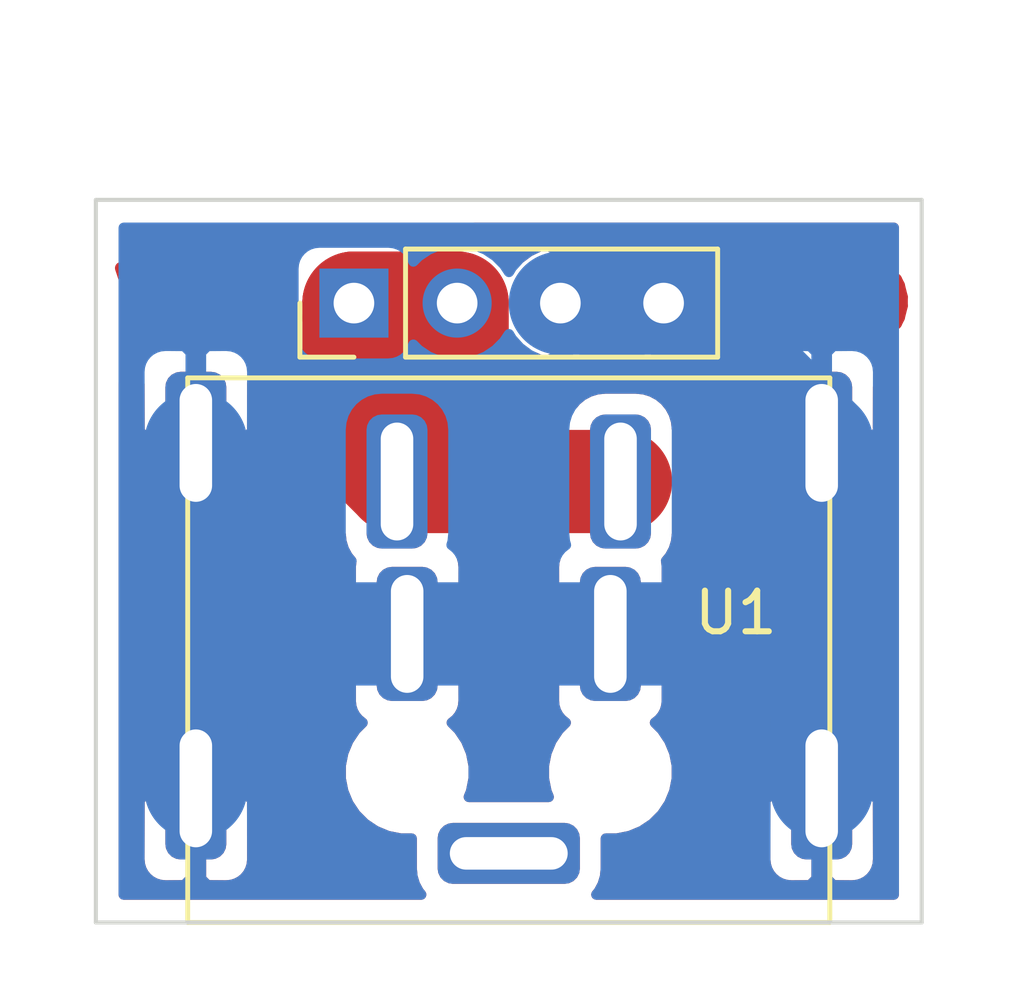
<source format=kicad_pcb>
(kicad_pcb (version 20171130) (host pcbnew "(5.1.6-0-10_14)")

  (general
    (thickness 1.6)
    (drawings 8)
    (tracks 20)
    (zones 0)
    (modules 2)
    (nets 4)
  )

  (page A4)
  (layers
    (0 F.Cu signal)
    (31 B.Cu signal)
    (32 B.Adhes user)
    (33 F.Adhes user)
    (34 B.Paste user)
    (35 F.Paste user)
    (36 B.SilkS user)
    (37 F.SilkS user)
    (38 B.Mask user)
    (39 F.Mask user)
    (40 Dwgs.User user)
    (41 Cmts.User user)
    (42 Eco1.User user)
    (43 Eco2.User user)
    (44 Edge.Cuts user)
    (45 Margin user)
    (46 B.CrtYd user)
    (47 F.CrtYd user)
    (48 B.Fab user)
    (49 F.Fab user)
  )

  (setup
    (last_trace_width 0.25)
    (user_trace_width 0.508)
    (user_trace_width 2.54)
    (trace_clearance 0.2)
    (zone_clearance 0.508)
    (zone_45_only no)
    (trace_min 0.2)
    (via_size 0.8)
    (via_drill 0.4)
    (via_min_size 0.4)
    (via_min_drill 0.3)
    (uvia_size 0.3)
    (uvia_drill 0.1)
    (uvias_allowed no)
    (uvia_min_size 0.2)
    (uvia_min_drill 0.1)
    (edge_width 0.1)
    (segment_width 0.2)
    (pcb_text_width 0.3)
    (pcb_text_size 1.5 1.5)
    (mod_edge_width 0.15)
    (mod_text_size 1 1)
    (mod_text_width 0.15)
    (pad_size 1.524 1.524)
    (pad_drill 0.762)
    (pad_to_mask_clearance 0)
    (aux_axis_origin 0 0)
    (visible_elements FFFFFF7F)
    (pcbplotparams
      (layerselection 0x010fc_ffffffff)
      (usegerberextensions true)
      (usegerberattributes true)
      (usegerberadvancedattributes true)
      (creategerberjobfile true)
      (excludeedgelayer true)
      (linewidth 0.100000)
      (plotframeref false)
      (viasonmask false)
      (mode 1)
      (useauxorigin false)
      (hpglpennumber 1)
      (hpglpenspeed 20)
      (hpglpendiameter 15.000000)
      (psnegative false)
      (psa4output false)
      (plotreference true)
      (plotvalue true)
      (plotinvisibletext false)
      (padsonsilk false)
      (subtractmaskfromsilk false)
      (outputformat 1)
      (mirror false)
      (drillshape 0)
      (scaleselection 1)
      (outputdirectory ""))
  )

  (net 0 "")
  (net 1 GND)
  (net 2 VCC)
  (net 3 "Net-(U1-Pad5)")

  (net_class Default "This is the default net class."
    (clearance 0.2)
    (trace_width 0.25)
    (via_dia 0.8)
    (via_drill 0.4)
    (uvia_dia 0.3)
    (uvia_drill 0.1)
    (add_net "Net-(U1-Pad5)")
  )

  (net_class POWER ""
    (clearance 0.2)
    (trace_width 0.508)
    (via_dia 0.8)
    (via_drill 0.4)
    (uvia_dia 0.3)
    (uvia_drill 0.1)
    (add_net GND)
    (add_net VCC)
  )

  (module Pin_Headers:Pin_Header_Straight_1x04_Pitch2.54mm (layer F.Cu) (tedit 59650532) (tstamp 5F5BE8DF)
    (at 110.49 99.06 90)
    (descr "Through hole straight pin header, 1x04, 2.54mm pitch, single row")
    (tags "Through hole pin header THT 1x04 2.54mm single row")
    (path /5F5BEF34)
    (fp_text reference J1 (at 0 -2.33 90) (layer F.SilkS) hide
      (effects (font (size 1 1) (thickness 0.15)))
    )
    (fp_text value Conn_01x04_Male (at 0 9.95 90) (layer F.Fab) hide
      (effects (font (size 1 1) (thickness 0.15)))
    )
    (fp_line (start -0.635 -1.27) (end 1.27 -1.27) (layer F.Fab) (width 0.1))
    (fp_line (start 1.27 -1.27) (end 1.27 8.89) (layer F.Fab) (width 0.1))
    (fp_line (start 1.27 8.89) (end -1.27 8.89) (layer F.Fab) (width 0.1))
    (fp_line (start -1.27 8.89) (end -1.27 -0.635) (layer F.Fab) (width 0.1))
    (fp_line (start -1.27 -0.635) (end -0.635 -1.27) (layer F.Fab) (width 0.1))
    (fp_line (start -1.33 8.95) (end 1.33 8.95) (layer F.SilkS) (width 0.12))
    (fp_line (start -1.33 1.27) (end -1.33 8.95) (layer F.SilkS) (width 0.12))
    (fp_line (start 1.33 1.27) (end 1.33 8.95) (layer F.SilkS) (width 0.12))
    (fp_line (start -1.33 1.27) (end 1.33 1.27) (layer F.SilkS) (width 0.12))
    (fp_line (start -1.33 0) (end -1.33 -1.33) (layer F.SilkS) (width 0.12))
    (fp_line (start -1.33 -1.33) (end 0 -1.33) (layer F.SilkS) (width 0.12))
    (fp_line (start -1.8 -1.8) (end -1.8 9.4) (layer F.CrtYd) (width 0.05))
    (fp_line (start -1.8 9.4) (end 1.8 9.4) (layer F.CrtYd) (width 0.05))
    (fp_line (start 1.8 9.4) (end 1.8 -1.8) (layer F.CrtYd) (width 0.05))
    (fp_line (start 1.8 -1.8) (end -1.8 -1.8) (layer F.CrtYd) (width 0.05))
    (fp_text user %R (at -2.54 3.81) (layer F.Fab)
      (effects (font (size 1 1) (thickness 0.15)))
    )
    (pad 4 thru_hole oval (at 0 7.62 90) (size 1.7 1.7) (drill 1) (layers *.Cu *.Mask)
      (net 1 GND))
    (pad 3 thru_hole oval (at 0 5.08 90) (size 1.7 1.7) (drill 1) (layers *.Cu *.Mask)
      (net 1 GND))
    (pad 2 thru_hole oval (at 0 2.54 90) (size 1.7 1.7) (drill 1) (layers *.Cu *.Mask)
      (net 2 VCC))
    (pad 1 thru_hole rect (at 0 0 90) (size 1.7 1.7) (drill 1) (layers *.Cu *.Mask)
      (net 2 VCC))
    (model ${KISYS3DMOD}/Pin_Headers.3dshapes/Pin_Header_Straight_1x04_Pitch2.54mm.wrl
      (at (xyz 0 0 0))
      (scale (xyz 1 1 1))
      (rotate (xyz 0 0 0))
    )
  )

  (module Ninja-qPCR:DN4_PWR (layer F.Cu) (tedit 5F5BE694) (tstamp 5F5BE81C)
    (at 114.3 114.3)
    (path /5F5BE852)
    (fp_text reference U1 (at 5.588 -7.62) (layer F.SilkS)
      (effects (font (size 1 1) (thickness 0.15)))
    )
    (fp_text value DIN4_PWR (at 0 -14.224) (layer F.Fab)
      (effects (font (size 1 1) (thickness 0.15)))
    )
    (fp_line (start -7.9 -13.4) (end -7.9 0) (layer F.SilkS) (width 0.12))
    (fp_line (start 7.9 -13.4) (end -7.9 -13.4) (layer F.SilkS) (width 0.12))
    (fp_line (start 7.9 0) (end 7.9 -13.4) (layer F.SilkS) (width 0.12))
    (fp_line (start -7.9 0) (end 7.9 0) (layer F.SilkS) (width 0.12))
    (pad 1 thru_hole roundrect (at -2.75 -10.85) (size 1.5 3.3) (drill oval 0.8 2.9) (layers *.Cu *.Mask) (roundrect_rratio 0.25)
      (net 2 VCC))
    (pad 2 thru_hole roundrect (at 2.75 -10.85) (size 1.5 3.3) (drill oval 0.8 2.9) (layers *.Cu *.Mask) (roundrect_rratio 0.25)
      (net 2 VCC))
    (pad 3 thru_hole roundrect (at -2.5 -7.1) (size 1.5 3.3) (drill oval 0.8 2.9) (layers *.Cu *.Mask) (roundrect_rratio 0.25)
      (net 1 GND))
    (pad 4 thru_hole roundrect (at 2.5 -7.1) (size 1.5 3.3) (drill oval 0.8 2.9) (layers *.Cu *.Mask) (roundrect_rratio 0.25)
      (net 1 GND))
    (pad 5 thru_hole roundrect (at 0 -1.7 90) (size 1.5 3.5) (drill oval 0.8 2.9) (layers *.Cu *.Mask) (roundrect_rratio 0.25)
      (net 3 "Net-(U1-Pad5)"))
    (pad 6 thru_hole roundrect (at -7.7 -11.8 180) (size 1.5 3.5) (drill oval 0.8 2.9) (layers *.Cu *.Mask) (roundrect_rratio 0.25)
      (net 1 GND))
    (pad 8 thru_hole roundrect (at 7.7 -11.8 180) (size 1.5 3.5) (drill oval 0.8 2.9) (layers *.Cu *.Mask) (roundrect_rratio 0.25)
      (net 1 GND))
    (pad 7 thru_hole roundrect (at -7.7 -3.3 180) (size 1.5 3.5) (drill oval 0.8 2.9) (layers *.Cu *.Mask) (roundrect_rratio 0.25)
      (net 1 GND))
    (pad 9 thru_hole roundrect (at 7.7 -3.3 180) (size 1.5 3.5) (drill oval 0.8 2.9) (layers *.Cu *.Mask) (roundrect_rratio 0.25)
      (net 1 GND))
    (pad "" np_thru_hole circle (at -2.5 -3.7) (size 2 2) (drill 2) (layers *.Cu *.Mask))
    (pad "" np_thru_hole circle (at 2.5 -3.7) (size 2 2) (drill 2) (layers *.Cu *.Mask))
  )

  (gr_text 20.32x17.78mm (at 107.93 92.45) (layer Dwgs.User)
    (effects (font (size 1 1) (thickness 0.15)))
  )
  (gr_text GND (at 121.97 99.09) (layer F.Cu)
    (effects (font (size 1.5 1.5) (thickness 0.3)))
  )
  (gr_text VCC (at 106.76 99.02) (layer F.Cu)
    (effects (font (size 1.5 1.5) (thickness 0.3)))
  )
  (gr_line (start 104.14 114.3) (end 114.3 114.3) (layer Edge.Cuts) (width 0.1) (tstamp 5F5BEB0E))
  (gr_line (start 104.14 96.52) (end 104.14 114.3) (layer Edge.Cuts) (width 0.1))
  (gr_line (start 124.46 96.52) (end 104.14 96.52) (layer Edge.Cuts) (width 0.1))
  (gr_line (start 124.46 114.3) (end 124.46 96.52) (layer Edge.Cuts) (width 0.1))
  (gr_line (start 114.3 114.3) (end 124.46 114.3) (layer Edge.Cuts) (width 0.1))

  (segment (start 106.913 107.2) (end 106.6 106.887) (width 2.54) (layer B.Cu) (net 1))
  (segment (start 111.8 107.2) (end 106.913 107.2) (width 2.54) (layer B.Cu) (net 1))
  (segment (start 106.6 106.887) (end 106.6 111) (width 2.54) (layer B.Cu) (net 1))
  (segment (start 106.6 102.5) (end 106.6 106.887) (width 2.54) (layer B.Cu) (net 1))
  (segment (start 111.8 107.2) (end 116.8 107.2) (width 2.54) (layer B.Cu) (net 1))
  (segment (start 121.5854 107.2) (end 122 106.7854) (width 2.54) (layer B.Cu) (net 1))
  (segment (start 122 106.7854) (end 122 111) (width 2.54) (layer B.Cu) (net 1))
  (segment (start 116.8 107.2) (end 121.5854 107.2) (width 2.54) (layer B.Cu) (net 1))
  (segment (start 122 102.5) (end 122 106.7854) (width 2.54) (layer B.Cu) (net 1))
  (segment (start 115.57 99.06) (end 118.11 99.06) (width 2.54) (layer B.Cu) (net 1))
  (segment (start 118.56 99.06) (end 122 102.5) (width 2.54) (layer B.Cu) (net 1))
  (segment (start 118.11 99.06) (end 118.56 99.06) (width 2.54) (layer B.Cu) (net 1))
  (segment (start 113.03 99.06) (end 110.49 99.06) (width 2.54) (layer F.Cu) (net 2))
  (segment (start 110.49 102.39) (end 111.55 103.45) (width 2.54) (layer F.Cu) (net 2))
  (segment (start 110.49 99.06) (end 110.49 102.39) (width 2.54) (layer F.Cu) (net 2))
  (segment (start 111.55 103.45) (end 117.05 103.45) (width 2.54) (layer F.Cu) (net 2))
  (segment (start 113.03 101.97) (end 111.55 103.45) (width 2.54) (layer F.Cu) (net 2))
  (segment (start 113.03 99.06) (end 113.03 101.97) (width 2.54) (layer F.Cu) (net 2))
  (segment (start 110.49 99.43) (end 113.03 101.97) (width 2.54) (layer F.Cu) (net 2))
  (segment (start 110.49 99.06) (end 110.49 99.43) (width 2.54) (layer F.Cu) (net 2))

  (zone (net 1) (net_name GND) (layer B.Cu) (tstamp 5F5EC233) (hatch edge 0.508)
    (connect_pads (clearance 0.508))
    (min_thickness 0.254)
    (fill yes (arc_segments 32) (thermal_gap 0.508) (thermal_bridge_width 0.508))
    (polygon
      (pts
        (xy 126 115) (xy 103 115) (xy 103 95) (xy 126 95)
      )
    )
    (filled_polygon
      (pts
        (xy 123.775 113.615) (xy 116.454009 113.615) (xy 116.517339 113.537833) (xy 116.610956 113.362686) (xy 116.668606 113.172641)
        (xy 116.688072 112.975) (xy 116.688072 112.75) (xy 120.611928 112.75) (xy 120.624188 112.874482) (xy 120.660498 112.99418)
        (xy 120.719463 113.104494) (xy 120.798815 113.201185) (xy 120.895506 113.280537) (xy 121.00582 113.339502) (xy 121.125518 113.375812)
        (xy 121.25 113.388072) (xy 121.71425 113.385) (xy 121.873 113.22625) (xy 121.873 111.127) (xy 122.127 111.127)
        (xy 122.127 113.22625) (xy 122.28575 113.385) (xy 122.75 113.388072) (xy 122.874482 113.375812) (xy 122.99418 113.339502)
        (xy 123.104494 113.280537) (xy 123.201185 113.201185) (xy 123.280537 113.104494) (xy 123.339502 112.99418) (xy 123.375812 112.874482)
        (xy 123.388072 112.75) (xy 123.385 111.28575) (xy 123.22625 111.127) (xy 122.127 111.127) (xy 121.873 111.127)
        (xy 120.77375 111.127) (xy 120.615 111.28575) (xy 120.611928 112.75) (xy 116.688072 112.75) (xy 116.688072 112.235)
        (xy 116.961033 112.235) (xy 117.276912 112.172168) (xy 117.574463 112.048918) (xy 117.842252 111.869987) (xy 118.069987 111.642252)
        (xy 118.248918 111.374463) (xy 118.372168 111.076912) (xy 118.435 110.761033) (xy 118.435 110.438967) (xy 118.372168 110.123088)
        (xy 118.248918 109.825537) (xy 118.069987 109.557748) (xy 117.896858 109.384619) (xy 117.904494 109.380537) (xy 118.001185 109.301185)
        (xy 118.043191 109.25) (xy 120.611928 109.25) (xy 120.615 110.71425) (xy 120.77375 110.873) (xy 121.873 110.873)
        (xy 121.873 108.77375) (xy 122.127 108.77375) (xy 122.127 110.873) (xy 123.22625 110.873) (xy 123.385 110.71425)
        (xy 123.388072 109.25) (xy 123.375812 109.125518) (xy 123.339502 109.00582) (xy 123.280537 108.895506) (xy 123.201185 108.798815)
        (xy 123.104494 108.719463) (xy 122.99418 108.660498) (xy 122.874482 108.624188) (xy 122.75 108.611928) (xy 122.28575 108.615)
        (xy 122.127 108.77375) (xy 121.873 108.77375) (xy 121.71425 108.615) (xy 121.25 108.611928) (xy 121.125518 108.624188)
        (xy 121.00582 108.660498) (xy 120.895506 108.719463) (xy 120.798815 108.798815) (xy 120.719463 108.895506) (xy 120.660498 109.00582)
        (xy 120.624188 109.125518) (xy 120.611928 109.25) (xy 118.043191 109.25) (xy 118.080537 109.204494) (xy 118.139502 109.09418)
        (xy 118.175812 108.974482) (xy 118.188072 108.85) (xy 118.185 107.48575) (xy 118.02625 107.327) (xy 116.927 107.327)
        (xy 116.927 107.347) (xy 116.673 107.347) (xy 116.673 107.327) (xy 115.57375 107.327) (xy 115.415 107.48575)
        (xy 115.411928 108.85) (xy 115.424188 108.974482) (xy 115.460498 109.09418) (xy 115.519463 109.204494) (xy 115.598815 109.301185)
        (xy 115.695506 109.380537) (xy 115.703142 109.384619) (xy 115.530013 109.557748) (xy 115.351082 109.825537) (xy 115.227832 110.123088)
        (xy 115.165 110.438967) (xy 115.165 110.761033) (xy 115.227832 111.076912) (xy 115.283758 111.211928) (xy 113.316242 111.211928)
        (xy 113.372168 111.076912) (xy 113.435 110.761033) (xy 113.435 110.438967) (xy 113.372168 110.123088) (xy 113.248918 109.825537)
        (xy 113.069987 109.557748) (xy 112.896858 109.384619) (xy 112.904494 109.380537) (xy 113.001185 109.301185) (xy 113.080537 109.204494)
        (xy 113.139502 109.09418) (xy 113.175812 108.974482) (xy 113.188072 108.85) (xy 113.185 107.48575) (xy 113.02625 107.327)
        (xy 111.927 107.327) (xy 111.927 107.347) (xy 111.673 107.347) (xy 111.673 107.327) (xy 110.57375 107.327)
        (xy 110.415 107.48575) (xy 110.411928 108.85) (xy 110.424188 108.974482) (xy 110.460498 109.09418) (xy 110.519463 109.204494)
        (xy 110.598815 109.301185) (xy 110.695506 109.380537) (xy 110.703142 109.384619) (xy 110.530013 109.557748) (xy 110.351082 109.825537)
        (xy 110.227832 110.123088) (xy 110.165 110.438967) (xy 110.165 110.761033) (xy 110.227832 111.076912) (xy 110.351082 111.374463)
        (xy 110.530013 111.642252) (xy 110.757748 111.869987) (xy 111.025537 112.048918) (xy 111.323088 112.172168) (xy 111.638967 112.235)
        (xy 111.911928 112.235) (xy 111.911928 112.975) (xy 111.931394 113.172641) (xy 111.989044 113.362686) (xy 112.082661 113.537833)
        (xy 112.145991 113.615) (xy 104.825 113.615) (xy 104.825 112.75) (xy 105.211928 112.75) (xy 105.224188 112.874482)
        (xy 105.260498 112.99418) (xy 105.319463 113.104494) (xy 105.398815 113.201185) (xy 105.495506 113.280537) (xy 105.60582 113.339502)
        (xy 105.725518 113.375812) (xy 105.85 113.388072) (xy 106.31425 113.385) (xy 106.473 113.22625) (xy 106.473 111.127)
        (xy 106.727 111.127) (xy 106.727 113.22625) (xy 106.88575 113.385) (xy 107.35 113.388072) (xy 107.474482 113.375812)
        (xy 107.59418 113.339502) (xy 107.704494 113.280537) (xy 107.801185 113.201185) (xy 107.880537 113.104494) (xy 107.939502 112.99418)
        (xy 107.975812 112.874482) (xy 107.988072 112.75) (xy 107.985 111.28575) (xy 107.82625 111.127) (xy 106.727 111.127)
        (xy 106.473 111.127) (xy 105.37375 111.127) (xy 105.215 111.28575) (xy 105.211928 112.75) (xy 104.825 112.75)
        (xy 104.825 109.25) (xy 105.211928 109.25) (xy 105.215 110.71425) (xy 105.37375 110.873) (xy 106.473 110.873)
        (xy 106.473 108.77375) (xy 106.727 108.77375) (xy 106.727 110.873) (xy 107.82625 110.873) (xy 107.985 110.71425)
        (xy 107.988072 109.25) (xy 107.975812 109.125518) (xy 107.939502 109.00582) (xy 107.880537 108.895506) (xy 107.801185 108.798815)
        (xy 107.704494 108.719463) (xy 107.59418 108.660498) (xy 107.474482 108.624188) (xy 107.35 108.611928) (xy 106.88575 108.615)
        (xy 106.727 108.77375) (xy 106.473 108.77375) (xy 106.31425 108.615) (xy 105.85 108.611928) (xy 105.725518 108.624188)
        (xy 105.60582 108.660498) (xy 105.495506 108.719463) (xy 105.398815 108.798815) (xy 105.319463 108.895506) (xy 105.260498 109.00582)
        (xy 105.224188 109.125518) (xy 105.211928 109.25) (xy 104.825 109.25) (xy 104.825 104.25) (xy 105.211928 104.25)
        (xy 105.224188 104.374482) (xy 105.260498 104.49418) (xy 105.319463 104.604494) (xy 105.398815 104.701185) (xy 105.495506 104.780537)
        (xy 105.60582 104.839502) (xy 105.725518 104.875812) (xy 105.85 104.888072) (xy 106.31425 104.885) (xy 106.473 104.72625)
        (xy 106.473 102.627) (xy 106.727 102.627) (xy 106.727 104.72625) (xy 106.88575 104.885) (xy 107.35 104.888072)
        (xy 107.474482 104.875812) (xy 107.59418 104.839502) (xy 107.704494 104.780537) (xy 107.801185 104.701185) (xy 107.880537 104.604494)
        (xy 107.939502 104.49418) (xy 107.975812 104.374482) (xy 107.988072 104.25) (xy 107.985 102.78575) (xy 107.82625 102.627)
        (xy 106.727 102.627) (xy 106.473 102.627) (xy 105.37375 102.627) (xy 105.215 102.78575) (xy 105.211928 104.25)
        (xy 104.825 104.25) (xy 104.825 100.75) (xy 105.211928 100.75) (xy 105.215 102.21425) (xy 105.37375 102.373)
        (xy 106.473 102.373) (xy 106.473 100.27375) (xy 106.727 100.27375) (xy 106.727 102.373) (xy 107.82625 102.373)
        (xy 107.985 102.21425) (xy 107.985082 102.175) (xy 110.161928 102.175) (xy 110.161928 104.725) (xy 110.181394 104.922641)
        (xy 110.239044 105.112686) (xy 110.332661 105.287833) (xy 110.429982 105.406418) (xy 110.424188 105.425518) (xy 110.411928 105.55)
        (xy 110.415 106.91425) (xy 110.57375 107.073) (xy 111.673 107.073) (xy 111.673 107.053) (xy 111.927 107.053)
        (xy 111.927 107.073) (xy 113.02625 107.073) (xy 113.185 106.91425) (xy 113.188072 105.55) (xy 115.411928 105.55)
        (xy 115.415 106.91425) (xy 115.57375 107.073) (xy 116.673 107.073) (xy 116.673 107.053) (xy 116.927 107.053)
        (xy 116.927 107.073) (xy 118.02625 107.073) (xy 118.185 106.91425) (xy 118.188072 105.55) (xy 118.175812 105.425518)
        (xy 118.170018 105.406418) (xy 118.267339 105.287833) (xy 118.360956 105.112686) (xy 118.418606 104.922641) (xy 118.438072 104.725)
        (xy 118.438072 104.25) (xy 120.611928 104.25) (xy 120.624188 104.374482) (xy 120.660498 104.49418) (xy 120.719463 104.604494)
        (xy 120.798815 104.701185) (xy 120.895506 104.780537) (xy 121.00582 104.839502) (xy 121.125518 104.875812) (xy 121.25 104.888072)
        (xy 121.71425 104.885) (xy 121.873 104.72625) (xy 121.873 102.627) (xy 122.127 102.627) (xy 122.127 104.72625)
        (xy 122.28575 104.885) (xy 122.75 104.888072) (xy 122.874482 104.875812) (xy 122.99418 104.839502) (xy 123.104494 104.780537)
        (xy 123.201185 104.701185) (xy 123.280537 104.604494) (xy 123.339502 104.49418) (xy 123.375812 104.374482) (xy 123.388072 104.25)
        (xy 123.385 102.78575) (xy 123.22625 102.627) (xy 122.127 102.627) (xy 121.873 102.627) (xy 120.77375 102.627)
        (xy 120.615 102.78575) (xy 120.611928 104.25) (xy 118.438072 104.25) (xy 118.438072 102.175) (xy 118.418606 101.977359)
        (xy 118.360956 101.787314) (xy 118.267339 101.612167) (xy 118.14135 101.45865) (xy 117.987833 101.332661) (xy 117.812686 101.239044)
        (xy 117.622641 101.181394) (xy 117.425 101.161928) (xy 116.675 101.161928) (xy 116.477359 101.181394) (xy 116.287314 101.239044)
        (xy 116.112167 101.332661) (xy 115.95865 101.45865) (xy 115.832661 101.612167) (xy 115.739044 101.787314) (xy 115.681394 101.977359)
        (xy 115.661928 102.175) (xy 115.661928 104.725) (xy 115.681394 104.922641) (xy 115.708636 105.012445) (xy 115.695506 105.019463)
        (xy 115.598815 105.098815) (xy 115.519463 105.195506) (xy 115.460498 105.30582) (xy 115.424188 105.425518) (xy 115.411928 105.55)
        (xy 113.188072 105.55) (xy 113.175812 105.425518) (xy 113.139502 105.30582) (xy 113.080537 105.195506) (xy 113.001185 105.098815)
        (xy 112.904494 105.019463) (xy 112.891364 105.012445) (xy 112.918606 104.922641) (xy 112.938072 104.725) (xy 112.938072 102.175)
        (xy 112.918606 101.977359) (xy 112.860956 101.787314) (xy 112.767339 101.612167) (xy 112.64135 101.45865) (xy 112.487833 101.332661)
        (xy 112.312686 101.239044) (xy 112.122641 101.181394) (xy 111.925 101.161928) (xy 111.175 101.161928) (xy 110.977359 101.181394)
        (xy 110.787314 101.239044) (xy 110.612167 101.332661) (xy 110.45865 101.45865) (xy 110.332661 101.612167) (xy 110.239044 101.787314)
        (xy 110.181394 101.977359) (xy 110.161928 102.175) (xy 107.985082 102.175) (xy 107.988072 100.75) (xy 120.611928 100.75)
        (xy 120.615 102.21425) (xy 120.77375 102.373) (xy 121.873 102.373) (xy 121.873 100.27375) (xy 122.127 100.27375)
        (xy 122.127 102.373) (xy 123.22625 102.373) (xy 123.385 102.21425) (xy 123.388072 100.75) (xy 123.375812 100.625518)
        (xy 123.339502 100.50582) (xy 123.280537 100.395506) (xy 123.201185 100.298815) (xy 123.104494 100.219463) (xy 122.99418 100.160498)
        (xy 122.874482 100.124188) (xy 122.75 100.111928) (xy 122.28575 100.115) (xy 122.127 100.27375) (xy 121.873 100.27375)
        (xy 121.71425 100.115) (xy 121.25 100.111928) (xy 121.125518 100.124188) (xy 121.00582 100.160498) (xy 120.895506 100.219463)
        (xy 120.798815 100.298815) (xy 120.719463 100.395506) (xy 120.660498 100.50582) (xy 120.624188 100.625518) (xy 120.611928 100.75)
        (xy 107.988072 100.75) (xy 107.975812 100.625518) (xy 107.939502 100.50582) (xy 107.880537 100.395506) (xy 107.801185 100.298815)
        (xy 107.704494 100.219463) (xy 107.59418 100.160498) (xy 107.474482 100.124188) (xy 107.35 100.111928) (xy 106.88575 100.115)
        (xy 106.727 100.27375) (xy 106.473 100.27375) (xy 106.31425 100.115) (xy 105.85 100.111928) (xy 105.725518 100.124188)
        (xy 105.60582 100.160498) (xy 105.495506 100.219463) (xy 105.398815 100.298815) (xy 105.319463 100.395506) (xy 105.260498 100.50582)
        (xy 105.224188 100.625518) (xy 105.211928 100.75) (xy 104.825 100.75) (xy 104.825 98.21) (xy 109.001928 98.21)
        (xy 109.001928 99.91) (xy 109.014188 100.034482) (xy 109.050498 100.15418) (xy 109.109463 100.264494) (xy 109.188815 100.361185)
        (xy 109.285506 100.440537) (xy 109.39582 100.499502) (xy 109.515518 100.535812) (xy 109.64 100.548072) (xy 111.34 100.548072)
        (xy 111.464482 100.535812) (xy 111.58418 100.499502) (xy 111.694494 100.440537) (xy 111.791185 100.361185) (xy 111.870537 100.264494)
        (xy 111.929502 100.15418) (xy 111.951513 100.08162) (xy 112.083368 100.213475) (xy 112.326589 100.37599) (xy 112.596842 100.487932)
        (xy 112.88374 100.545) (xy 113.17626 100.545) (xy 113.463158 100.487932) (xy 113.733411 100.37599) (xy 113.976632 100.213475)
        (xy 114.183475 100.006632) (xy 114.305195 99.824466) (xy 114.374822 99.941355) (xy 114.569731 100.157588) (xy 114.80308 100.331641)
        (xy 115.065901 100.456825) (xy 115.21311 100.501476) (xy 115.443 100.380155) (xy 115.443 99.187) (xy 115.697 99.187)
        (xy 115.697 100.380155) (xy 115.92689 100.501476) (xy 116.074099 100.456825) (xy 116.33692 100.331641) (xy 116.570269 100.157588)
        (xy 116.765178 99.941355) (xy 116.84 99.815745) (xy 116.914822 99.941355) (xy 117.109731 100.157588) (xy 117.34308 100.331641)
        (xy 117.605901 100.456825) (xy 117.75311 100.501476) (xy 117.983 100.380155) (xy 117.983 99.187) (xy 118.237 99.187)
        (xy 118.237 100.380155) (xy 118.46689 100.501476) (xy 118.614099 100.456825) (xy 118.87692 100.331641) (xy 119.110269 100.157588)
        (xy 119.305178 99.941355) (xy 119.454157 99.691252) (xy 119.551481 99.416891) (xy 119.430814 99.187) (xy 118.237 99.187)
        (xy 117.983 99.187) (xy 115.697 99.187) (xy 115.443 99.187) (xy 115.423 99.187) (xy 115.423 98.933)
        (xy 115.443 98.933) (xy 115.443 97.739845) (xy 115.697 97.739845) (xy 115.697 98.933) (xy 117.983 98.933)
        (xy 117.983 97.739845) (xy 118.237 97.739845) (xy 118.237 98.933) (xy 119.430814 98.933) (xy 119.551481 98.703109)
        (xy 119.454157 98.428748) (xy 119.305178 98.178645) (xy 119.110269 97.962412) (xy 118.87692 97.788359) (xy 118.614099 97.663175)
        (xy 118.46689 97.618524) (xy 118.237 97.739845) (xy 117.983 97.739845) (xy 117.75311 97.618524) (xy 117.605901 97.663175)
        (xy 117.34308 97.788359) (xy 117.109731 97.962412) (xy 116.914822 98.178645) (xy 116.84 98.304255) (xy 116.765178 98.178645)
        (xy 116.570269 97.962412) (xy 116.33692 97.788359) (xy 116.074099 97.663175) (xy 115.92689 97.618524) (xy 115.697 97.739845)
        (xy 115.443 97.739845) (xy 115.21311 97.618524) (xy 115.065901 97.663175) (xy 114.80308 97.788359) (xy 114.569731 97.962412)
        (xy 114.374822 98.178645) (xy 114.305195 98.295534) (xy 114.183475 98.113368) (xy 113.976632 97.906525) (xy 113.733411 97.74401)
        (xy 113.463158 97.632068) (xy 113.17626 97.575) (xy 112.88374 97.575) (xy 112.596842 97.632068) (xy 112.326589 97.74401)
        (xy 112.083368 97.906525) (xy 111.951513 98.03838) (xy 111.929502 97.96582) (xy 111.870537 97.855506) (xy 111.791185 97.758815)
        (xy 111.694494 97.679463) (xy 111.58418 97.620498) (xy 111.464482 97.584188) (xy 111.34 97.571928) (xy 109.64 97.571928)
        (xy 109.515518 97.584188) (xy 109.39582 97.620498) (xy 109.285506 97.679463) (xy 109.188815 97.758815) (xy 109.109463 97.855506)
        (xy 109.050498 97.96582) (xy 109.014188 98.085518) (xy 109.001928 98.21) (xy 104.825 98.21) (xy 104.825 97.205)
        (xy 123.775001 97.205)
      )
    )
  )
  (zone (net 1) (net_name GND) (layer F.Cu) (tstamp 5F5EC230) (hatch edge 0.508)
    (connect_pads (clearance 0.508))
    (min_thickness 0.254)
    (fill yes (arc_segments 32) (thermal_gap 0.508) (thermal_bridge_width 0.508))
    (polygon
      (pts
        (xy 127 116) (xy 102 116) (xy 102 94) (xy 127 94)
      )
    )
    (filled_polygon
      (pts
        (xy 123.775001 97.3) (xy 118.899286 97.3) (xy 118.899286 97.805042) (xy 118.87692 97.788359) (xy 118.614099 97.663175)
        (xy 118.46689 97.618524) (xy 118.237 97.739845) (xy 118.237 98.933) (xy 118.257 98.933) (xy 118.257 99.187)
        (xy 118.237 99.187) (xy 118.237 100.380155) (xy 118.46689 100.501476) (xy 118.614099 100.456825) (xy 118.87692 100.331641)
        (xy 118.899286 100.314958) (xy 118.899286 101.12) (xy 120.612704 101.12) (xy 120.615 102.21425) (xy 120.77375 102.373)
        (xy 121.873 102.373) (xy 121.873 102.353) (xy 122.127 102.353) (xy 122.127 102.373) (xy 123.22625 102.373)
        (xy 123.385 102.21425) (xy 123.387296 101.12) (xy 123.775001 101.12) (xy 123.775 113.615) (xy 116.454009 113.615)
        (xy 116.517339 113.537833) (xy 116.610956 113.362686) (xy 116.668606 113.172641) (xy 116.688072 112.975) (xy 116.688072 112.75)
        (xy 120.611928 112.75) (xy 120.624188 112.874482) (xy 120.660498 112.99418) (xy 120.719463 113.104494) (xy 120.798815 113.201185)
        (xy 120.895506 113.280537) (xy 121.00582 113.339502) (xy 121.125518 113.375812) (xy 121.25 113.388072) (xy 121.71425 113.385)
        (xy 121.873 113.22625) (xy 121.873 111.127) (xy 122.127 111.127) (xy 122.127 113.22625) (xy 122.28575 113.385)
        (xy 122.75 113.388072) (xy 122.874482 113.375812) (xy 122.99418 113.339502) (xy 123.104494 113.280537) (xy 123.201185 113.201185)
        (xy 123.280537 113.104494) (xy 123.339502 112.99418) (xy 123.375812 112.874482) (xy 123.388072 112.75) (xy 123.385 111.28575)
        (xy 123.22625 111.127) (xy 122.127 111.127) (xy 121.873 111.127) (xy 120.77375 111.127) (xy 120.615 111.28575)
        (xy 120.611928 112.75) (xy 116.688072 112.75) (xy 116.688072 112.235) (xy 116.961033 112.235) (xy 117.276912 112.172168)
        (xy 117.574463 112.048918) (xy 117.842252 111.869987) (xy 118.069987 111.642252) (xy 118.248918 111.374463) (xy 118.372168 111.076912)
        (xy 118.435 110.761033) (xy 118.435 110.438967) (xy 118.372168 110.123088) (xy 118.248918 109.825537) (xy 118.069987 109.557748)
        (xy 117.896858 109.384619) (xy 117.904494 109.380537) (xy 118.001185 109.301185) (xy 118.043191 109.25) (xy 120.611928 109.25)
        (xy 120.615 110.71425) (xy 120.77375 110.873) (xy 121.873 110.873) (xy 121.873 108.77375) (xy 122.127 108.77375)
        (xy 122.127 110.873) (xy 123.22625 110.873) (xy 123.385 110.71425) (xy 123.388072 109.25) (xy 123.375812 109.125518)
        (xy 123.339502 109.00582) (xy 123.280537 108.895506) (xy 123.201185 108.798815) (xy 123.104494 108.719463) (xy 122.99418 108.660498)
        (xy 122.874482 108.624188) (xy 122.75 108.611928) (xy 122.28575 108.615) (xy 122.127 108.77375) (xy 121.873 108.77375)
        (xy 121.71425 108.615) (xy 121.25 108.611928) (xy 121.125518 108.624188) (xy 121.00582 108.660498) (xy 120.895506 108.719463)
        (xy 120.798815 108.798815) (xy 120.719463 108.895506) (xy 120.660498 109.00582) (xy 120.624188 109.125518) (xy 120.611928 109.25)
        (xy 118.043191 109.25) (xy 118.080537 109.204494) (xy 118.139502 109.09418) (xy 118.175812 108.974482) (xy 118.188072 108.85)
        (xy 118.185 107.48575) (xy 118.02625 107.327) (xy 116.927 107.327) (xy 116.927 107.347) (xy 116.673 107.347)
        (xy 116.673 107.327) (xy 115.57375 107.327) (xy 115.415 107.48575) (xy 115.411928 108.85) (xy 115.424188 108.974482)
        (xy 115.460498 109.09418) (xy 115.519463 109.204494) (xy 115.598815 109.301185) (xy 115.695506 109.380537) (xy 115.703142 109.384619)
        (xy 115.530013 109.557748) (xy 115.351082 109.825537) (xy 115.227832 110.123088) (xy 115.165 110.438967) (xy 115.165 110.761033)
        (xy 115.227832 111.076912) (xy 115.283758 111.211928) (xy 113.316242 111.211928) (xy 113.372168 111.076912) (xy 113.435 110.761033)
        (xy 113.435 110.438967) (xy 113.372168 110.123088) (xy 113.248918 109.825537) (xy 113.069987 109.557748) (xy 112.896858 109.384619)
        (xy 112.904494 109.380537) (xy 113.001185 109.301185) (xy 113.080537 109.204494) (xy 113.139502 109.09418) (xy 113.175812 108.974482)
        (xy 113.188072 108.85) (xy 113.185 107.48575) (xy 113.02625 107.327) (xy 111.927 107.327) (xy 111.927 107.347)
        (xy 111.673 107.347) (xy 111.673 107.327) (xy 110.57375 107.327) (xy 110.415 107.48575) (xy 110.411928 108.85)
        (xy 110.424188 108.974482) (xy 110.460498 109.09418) (xy 110.519463 109.204494) (xy 110.598815 109.301185) (xy 110.695506 109.380537)
        (xy 110.703142 109.384619) (xy 110.530013 109.557748) (xy 110.351082 109.825537) (xy 110.227832 110.123088) (xy 110.165 110.438967)
        (xy 110.165 110.761033) (xy 110.227832 111.076912) (xy 110.351082 111.374463) (xy 110.530013 111.642252) (xy 110.757748 111.869987)
        (xy 111.025537 112.048918) (xy 111.323088 112.172168) (xy 111.638967 112.235) (xy 111.911928 112.235) (xy 111.911928 112.975)
        (xy 111.931394 113.172641) (xy 111.989044 113.362686) (xy 112.082661 113.537833) (xy 112.145991 113.615) (xy 104.825 113.615)
        (xy 104.825 112.75) (xy 105.211928 112.75) (xy 105.224188 112.874482) (xy 105.260498 112.99418) (xy 105.319463 113.104494)
        (xy 105.398815 113.201185) (xy 105.495506 113.280537) (xy 105.60582 113.339502) (xy 105.725518 113.375812) (xy 105.85 113.388072)
        (xy 106.31425 113.385) (xy 106.473 113.22625) (xy 106.473 111.127) (xy 106.727 111.127) (xy 106.727 113.22625)
        (xy 106.88575 113.385) (xy 107.35 113.388072) (xy 107.474482 113.375812) (xy 107.59418 113.339502) (xy 107.704494 113.280537)
        (xy 107.801185 113.201185) (xy 107.880537 113.104494) (xy 107.939502 112.99418) (xy 107.975812 112.874482) (xy 107.988072 112.75)
        (xy 107.985 111.28575) (xy 107.82625 111.127) (xy 106.727 111.127) (xy 106.473 111.127) (xy 105.37375 111.127)
        (xy 105.215 111.28575) (xy 105.211928 112.75) (xy 104.825 112.75) (xy 104.825 109.25) (xy 105.211928 109.25)
        (xy 105.215 110.71425) (xy 105.37375 110.873) (xy 106.473 110.873) (xy 106.473 108.77375) (xy 106.727 108.77375)
        (xy 106.727 110.873) (xy 107.82625 110.873) (xy 107.985 110.71425) (xy 107.988072 109.25) (xy 107.975812 109.125518)
        (xy 107.939502 109.00582) (xy 107.880537 108.895506) (xy 107.801185 108.798815) (xy 107.704494 108.719463) (xy 107.59418 108.660498)
        (xy 107.474482 108.624188) (xy 107.35 108.611928) (xy 106.88575 108.615) (xy 106.727 108.77375) (xy 106.473 108.77375)
        (xy 106.31425 108.615) (xy 105.85 108.611928) (xy 105.725518 108.624188) (xy 105.60582 108.660498) (xy 105.495506 108.719463)
        (xy 105.398815 108.798815) (xy 105.319463 108.895506) (xy 105.260498 109.00582) (xy 105.224188 109.125518) (xy 105.211928 109.25)
        (xy 104.825 109.25) (xy 104.825 104.25) (xy 105.211928 104.25) (xy 105.224188 104.374482) (xy 105.260498 104.49418)
        (xy 105.319463 104.604494) (xy 105.398815 104.701185) (xy 105.495506 104.780537) (xy 105.60582 104.839502) (xy 105.725518 104.875812)
        (xy 105.85 104.888072) (xy 106.31425 104.885) (xy 106.473 104.72625) (xy 106.473 102.627) (xy 106.727 102.627)
        (xy 106.727 104.72625) (xy 106.88575 104.885) (xy 107.35 104.888072) (xy 107.474482 104.875812) (xy 107.59418 104.839502)
        (xy 107.704494 104.780537) (xy 107.801185 104.701185) (xy 107.880537 104.604494) (xy 107.939502 104.49418) (xy 107.975812 104.374482)
        (xy 107.988072 104.25) (xy 107.985 102.78575) (xy 107.82625 102.627) (xy 106.727 102.627) (xy 106.473 102.627)
        (xy 105.37375 102.627) (xy 105.215 102.78575) (xy 105.211928 104.25) (xy 104.825 104.25) (xy 104.825 101.05)
        (xy 105.212557 101.05) (xy 105.215 102.21425) (xy 105.37375 102.373) (xy 106.473 102.373) (xy 106.473 102.353)
        (xy 106.727 102.353) (xy 106.727 102.373) (xy 107.82625 102.373) (xy 107.985 102.21425) (xy 107.987443 101.05)
        (xy 108.585001 101.05) (xy 108.585001 102.296411) (xy 108.575783 102.39) (xy 108.612565 102.763445) (xy 108.721495 103.122539)
        (xy 108.898387 103.453482) (xy 108.987128 103.561612) (xy 109.136445 103.743556) (xy 109.20914 103.803215) (xy 110.136784 104.73086)
        (xy 110.166013 104.766476) (xy 110.181394 104.922641) (xy 110.239044 105.112686) (xy 110.332661 105.287833) (xy 110.429982 105.406418)
        (xy 110.424188 105.425518) (xy 110.411928 105.55) (xy 110.415 106.91425) (xy 110.57375 107.073) (xy 111.673 107.073)
        (xy 111.673 107.053) (xy 111.927 107.053) (xy 111.927 107.073) (xy 113.02625 107.073) (xy 113.185 106.91425)
        (xy 113.188072 105.55) (xy 113.175812 105.425518) (xy 113.154421 105.355) (xy 115.445579 105.355) (xy 115.424188 105.425518)
        (xy 115.411928 105.55) (xy 115.415 106.91425) (xy 115.57375 107.073) (xy 116.673 107.073) (xy 116.673 107.053)
        (xy 116.927 107.053) (xy 116.927 107.073) (xy 118.02625 107.073) (xy 118.185 106.91425) (xy 118.188072 105.55)
        (xy 118.175812 105.425518) (xy 118.170018 105.406418) (xy 118.267339 105.287833) (xy 118.360956 105.112686) (xy 118.418606 104.922641)
        (xy 118.433987 104.766476) (xy 118.641613 104.513482) (xy 118.782447 104.25) (xy 120.611928 104.25) (xy 120.624188 104.374482)
        (xy 120.660498 104.49418) (xy 120.719463 104.604494) (xy 120.798815 104.701185) (xy 120.895506 104.780537) (xy 121.00582 104.839502)
        (xy 121.125518 104.875812) (xy 121.25 104.888072) (xy 121.71425 104.885) (xy 121.873 104.72625) (xy 121.873 102.627)
        (xy 122.127 102.627) (xy 122.127 104.72625) (xy 122.28575 104.885) (xy 122.75 104.888072) (xy 122.874482 104.875812)
        (xy 122.99418 104.839502) (xy 123.104494 104.780537) (xy 123.201185 104.701185) (xy 123.280537 104.604494) (xy 123.339502 104.49418)
        (xy 123.375812 104.374482) (xy 123.388072 104.25) (xy 123.385 102.78575) (xy 123.22625 102.627) (xy 122.127 102.627)
        (xy 121.873 102.627) (xy 120.77375 102.627) (xy 120.615 102.78575) (xy 120.611928 104.25) (xy 118.782447 104.25)
        (xy 118.818506 104.182539) (xy 118.927436 103.823445) (xy 118.964217 103.45) (xy 118.927436 103.076555) (xy 118.818506 102.717461)
        (xy 118.641613 102.386518) (xy 118.433987 102.133524) (xy 118.418606 101.977359) (xy 118.360956 101.787314) (xy 118.267339 101.612167)
        (xy 118.14135 101.45865) (xy 117.987833 101.332661) (xy 117.812686 101.239044) (xy 117.622641 101.181394) (xy 117.425 101.161928)
        (xy 116.675 101.161928) (xy 116.477359 101.181394) (xy 116.287314 101.239044) (xy 116.112167 101.332661) (xy 115.95865 101.45865)
        (xy 115.887784 101.545) (xy 114.935 101.545) (xy 114.935 100.394476) (xy 115.065901 100.456825) (xy 115.21311 100.501476)
        (xy 115.443 100.380155) (xy 115.443 99.187) (xy 115.697 99.187) (xy 115.697 100.380155) (xy 115.92689 100.501476)
        (xy 116.074099 100.456825) (xy 116.33692 100.331641) (xy 116.570269 100.157588) (xy 116.765178 99.941355) (xy 116.84 99.815745)
        (xy 116.914822 99.941355) (xy 117.109731 100.157588) (xy 117.34308 100.331641) (xy 117.605901 100.456825) (xy 117.75311 100.501476)
        (xy 117.983 100.380155) (xy 117.983 99.187) (xy 115.697 99.187) (xy 115.443 99.187) (xy 115.423 99.187)
        (xy 115.423 98.933) (xy 115.443 98.933) (xy 115.443 97.739845) (xy 115.697 97.739845) (xy 115.697 98.933)
        (xy 117.983 98.933) (xy 117.983 97.739845) (xy 117.75311 97.618524) (xy 117.605901 97.663175) (xy 117.34308 97.788359)
        (xy 117.109731 97.962412) (xy 116.914822 98.178645) (xy 116.84 98.304255) (xy 116.765178 98.178645) (xy 116.570269 97.962412)
        (xy 116.33692 97.788359) (xy 116.074099 97.663175) (xy 115.92689 97.618524) (xy 115.697 97.739845) (xy 115.443 97.739845)
        (xy 115.21311 97.618524) (xy 115.065901 97.663175) (xy 114.80308 97.788359) (xy 114.584551 97.951358) (xy 114.383556 97.706444)
        (xy 114.093482 97.468387) (xy 113.762539 97.291494) (xy 113.477407 97.205) (xy 123.775001 97.205)
      )
    )
  )
)

</source>
